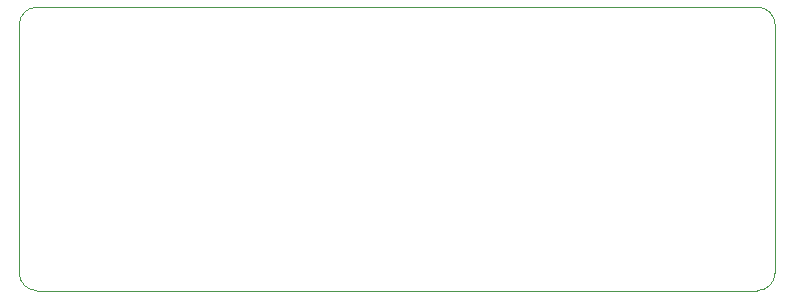
<source format=gbr>
%TF.GenerationSoftware,KiCad,Pcbnew,9.0.0*%
%TF.CreationDate,2025-03-18T13:10:11-04:00*%
%TF.ProjectId,Tarea_2_Aislador_USB,54617265-615f-4325-9f41-69736c61646f,rev?*%
%TF.SameCoordinates,Original*%
%TF.FileFunction,Profile,NP*%
%FSLAX46Y46*%
G04 Gerber Fmt 4.6, Leading zero omitted, Abs format (unit mm)*
G04 Created by KiCad (PCBNEW 9.0.0) date 2025-03-18 13:10:11*
%MOMM*%
%LPD*%
G01*
G04 APERTURE LIST*
%TA.AperFunction,Profile*%
%ADD10C,0.050000*%
%TD*%
G04 APERTURE END LIST*
D10*
X99000000Y-66500000D02*
G75*
G02*
X100500000Y-65000000I1500000J0D01*
G01*
X163000000Y-87500000D02*
G75*
G02*
X161500000Y-89000000I-1500000J0D01*
G01*
X100500000Y-65000000D02*
X161500000Y-65000000D01*
X99000000Y-87500000D02*
X99000000Y-66500000D01*
X161500000Y-89000000D02*
X100500000Y-89000000D01*
X161500000Y-65000000D02*
G75*
G02*
X163000000Y-66500000I0J-1500000D01*
G01*
X163000000Y-66500000D02*
X163000000Y-87500000D01*
X100500000Y-89000000D02*
G75*
G02*
X99000000Y-87500000I0J1500000D01*
G01*
M02*

</source>
